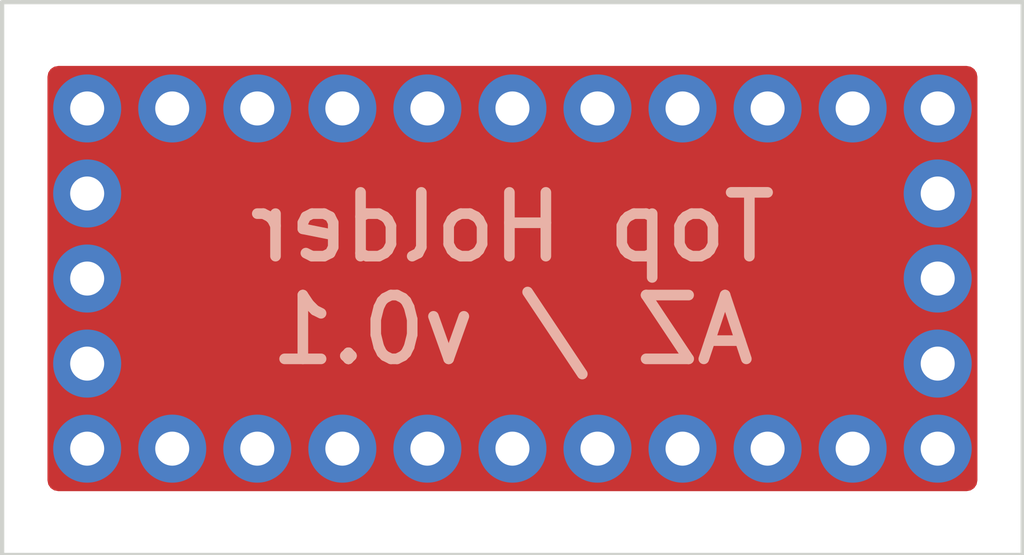
<source format=kicad_pcb>
(kicad_pcb (version 20171130) (host pcbnew "(5.1.9)")

  (general
    (thickness 1.6)
    (drawings 5)
    (tracks 28)
    (zones 0)
    (modules 1)
    (nets 2)
  )

  (page A4)
  (layers
    (0 F.Cu signal)
    (31 B.Cu signal)
    (32 B.Adhes user)
    (33 F.Adhes user)
    (34 B.Paste user)
    (35 F.Paste user)
    (36 B.SilkS user)
    (37 F.SilkS user)
    (38 B.Mask user)
    (39 F.Mask user)
    (40 Dwgs.User user)
    (41 Cmts.User user)
    (42 Eco1.User user)
    (43 Eco2.User user)
    (44 Edge.Cuts user)
    (45 Margin user)
    (46 B.CrtYd user)
    (47 F.CrtYd user)
    (48 B.Fab user)
    (49 F.Fab user)
  )

  (setup
    (last_trace_width 0.25)
    (trace_clearance 0.2)
    (zone_clearance 0.508)
    (zone_45_only no)
    (trace_min 0.2)
    (via_size 0.8)
    (via_drill 0.4)
    (via_min_size 0.4)
    (via_min_drill 0.3)
    (uvia_size 0.3)
    (uvia_drill 0.1)
    (uvias_allowed no)
    (uvia_min_size 0.2)
    (uvia_min_drill 0.1)
    (edge_width 0.05)
    (segment_width 0.2)
    (pcb_text_width 0.3)
    (pcb_text_size 1.5 1.5)
    (mod_edge_width 0.12)
    (mod_text_size 1 1)
    (mod_text_width 0.15)
    (pad_size 1.524 1.524)
    (pad_drill 0.762)
    (pad_to_mask_clearance 0)
    (aux_axis_origin 0 0)
    (visible_elements FFFFFF7F)
    (pcbplotparams
      (layerselection 0x010f0_ffffffff)
      (usegerberextensions false)
      (usegerberattributes true)
      (usegerberadvancedattributes true)
      (creategerberjobfile true)
      (excludeedgelayer true)
      (linewidth 0.100000)
      (plotframeref false)
      (viasonmask false)
      (mode 1)
      (useauxorigin false)
      (hpglpennumber 1)
      (hpglpenspeed 20)
      (hpglpendiameter 15.000000)
      (psnegative false)
      (psa4output false)
      (plotreference true)
      (plotvalue true)
      (plotinvisibletext false)
      (padsonsilk false)
      (subtractmaskfromsilk false)
      (outputformat 1)
      (mirror false)
      (drillshape 0)
      (scaleselection 1)
      (outputdirectory "output/"))
  )

  (net 0 "")
  (net 1 /GND)

  (net_class Default "This is the default net class."
    (clearance 0.2)
    (trace_width 0.25)
    (via_dia 0.8)
    (via_drill 0.4)
    (uvia_dia 0.3)
    (uvia_drill 0.1)
    (add_net /GND)
  )

  (module azonenberg_pcb:TESTPOINT_SMT_0.5MM (layer F.Cu) (tedit 53C661B2) (tstamp 61FF78FE)
    (at 85 73)
    (path /61FF82F0)
    (fp_text reference J1 (at 0 1.5) (layer F.SilkS) hide
      (effects (font (size 1 1) (thickness 0.15)))
    )
    (fp_text value Conn_01x01 (at 0.1 2.9) (layer F.SilkS) hide
      (effects (font (size 1 1) (thickness 0.15)))
    )
    (pad 1 smd circle (at 0 0) (size 0.5 0.5) (layers F.Cu F.Mask)
      (net 1 /GND))
  )

  (gr_text "Top Holder\nAZ / v0.1" (at 86 73) (layer B.SilkS)
    (effects (font (size 0.75 0.75) (thickness 0.125)) (justify mirror))
  )
  (gr_line (start 80 76.25) (end 80 69.75) (layer Edge.Cuts) (width 0.05) (tstamp 61FF78F5))
  (gr_line (start 92 76.25) (end 80 76.25) (layer Edge.Cuts) (width 0.05))
  (gr_line (start 92 69.75) (end 92 76.25) (layer Edge.Cuts) (width 0.05))
  (gr_line (start 80 69.75) (end 92 69.75) (layer Edge.Cuts) (width 0.05))

  (via (at 81 71) (size 0.8) (drill 0.4) (layers F.Cu B.Cu) (net 1))
  (via (at 82 71) (size 0.8) (drill 0.4) (layers F.Cu B.Cu) (net 1) (tstamp 61FF7927))
  (via (at 84 71) (size 0.8) (drill 0.4) (layers F.Cu B.Cu) (net 1) (tstamp 61FF792A))
  (via (at 83 71) (size 0.8) (drill 0.4) (layers F.Cu B.Cu) (net 1) (tstamp 61FF792B))
  (via (at 88 71) (size 0.8) (drill 0.4) (layers F.Cu B.Cu) (net 1) (tstamp 61FF792F))
  (via (at 87 71) (size 0.8) (drill 0.4) (layers F.Cu B.Cu) (net 1) (tstamp 61FF7930))
  (via (at 86 71) (size 0.8) (drill 0.4) (layers F.Cu B.Cu) (net 1) (tstamp 61FF7931))
  (via (at 85 71) (size 0.8) (drill 0.4) (layers F.Cu B.Cu) (net 1) (tstamp 61FF7932))
  (via (at 91 71) (size 0.8) (drill 0.4) (layers F.Cu B.Cu) (net 1) (tstamp 61FF7938))
  (via (at 89 71) (size 0.8) (drill 0.4) (layers F.Cu B.Cu) (net 1) (tstamp 61FF7939))
  (via (at 90 71) (size 0.8) (drill 0.4) (layers F.Cu B.Cu) (net 1) (tstamp 61FF793A))
  (via (at 84 75) (size 0.8) (drill 0.4) (layers F.Cu B.Cu) (net 1) (tstamp 61FF793F))
  (via (at 85 75) (size 0.8) (drill 0.4) (layers F.Cu B.Cu) (net 1) (tstamp 61FF7940))
  (via (at 83 75) (size 0.8) (drill 0.4) (layers F.Cu B.Cu) (net 1) (tstamp 61FF7941))
  (via (at 88 75) (size 0.8) (drill 0.4) (layers F.Cu B.Cu) (net 1) (tstamp 61FF7942))
  (via (at 82 75) (size 0.8) (drill 0.4) (layers F.Cu B.Cu) (net 1) (tstamp 61FF7943))
  (via (at 89 75) (size 0.8) (drill 0.4) (layers F.Cu B.Cu) (net 1) (tstamp 61FF7944))
  (via (at 91 75) (size 0.8) (drill 0.4) (layers F.Cu B.Cu) (net 1) (tstamp 61FF7945))
  (via (at 81 75) (size 0.8) (drill 0.4) (layers F.Cu B.Cu) (net 1) (tstamp 61FF7946))
  (via (at 86 75) (size 0.8) (drill 0.4) (layers F.Cu B.Cu) (net 1) (tstamp 61FF7947))
  (via (at 87 75) (size 0.8) (drill 0.4) (layers F.Cu B.Cu) (net 1) (tstamp 61FF7948))
  (via (at 90 75) (size 0.8) (drill 0.4) (layers F.Cu B.Cu) (net 1) (tstamp 61FF7949))
  (via (at 81 74) (size 0.8) (drill 0.4) (layers F.Cu B.Cu) (net 1) (tstamp 61FF7970))
  (via (at 81 73) (size 0.8) (drill 0.4) (layers F.Cu B.Cu) (net 1) (tstamp 61FF7972))
  (via (at 81 72) (size 0.8) (drill 0.4) (layers F.Cu B.Cu) (net 1) (tstamp 61FF7974))
  (via (at 91 73) (size 0.8) (drill 0.4) (layers F.Cu B.Cu) (net 1) (tstamp 61FF7976))
  (via (at 91 74) (size 0.8) (drill 0.4) (layers F.Cu B.Cu) (net 1) (tstamp 61FF7977))
  (via (at 91 72) (size 0.8) (drill 0.4) (layers F.Cu B.Cu) (net 1) (tstamp 61FF7978))

  (zone (net 1) (net_name /GND) (layer F.Cu) (tstamp 61FF7988) (hatch edge 0.508)
    (connect_pads yes (clearance 0.508))
    (min_thickness 0.254)
    (fill yes (arc_segments 32) (thermal_gap 0.508) (thermal_bridge_width 0.508))
    (polygon
      (pts
        (xy 91.5 75.5) (xy 80.5 75.5) (xy 80.5 70.5) (xy 91.5 70.5)
      )
    )
    (filled_polygon
      (pts
        (xy 91.340001 75.373) (xy 80.66 75.373) (xy 80.66 70.627) (xy 91.34 70.627)
      )
    )
  )
  (zone (net 0) (net_name "") (layer F.Mask) (tstamp 61FF7985) (hatch edge 0.508)
    (connect_pads yes (clearance 0.508))
    (min_thickness 0.254)
    (fill yes (arc_segments 32) (thermal_gap 0.508) (thermal_bridge_width 0.508))
    (polygon
      (pts
        (xy 90.5 71.5) (xy 90.5 74.5) (xy 81.5 74.5) (xy 81.5 71.5)
      )
    )
    (filled_polygon
      (pts
        (xy 90.373 74.373) (xy 81.627 74.373) (xy 81.627 71.627) (xy 90.373 71.627)
      )
    )
  )
)

</source>
